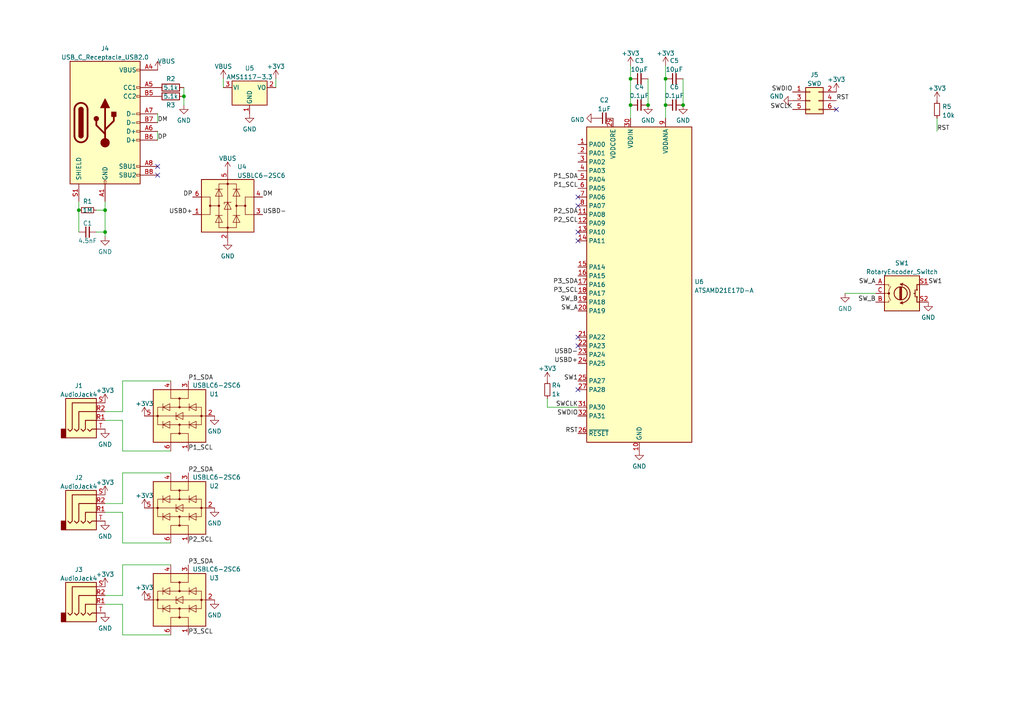
<source format=kicad_sch>
(kicad_sch (version 20211123) (generator eeschema)
  (paper "A4")
  (lib_symbols
    (symbol "Connector:AudioJack4"
      (property "Reference" "J" (at 0 8.89 0))
      (property "Value" "AudioJack4" (at 0 6.35 0))
      (symbol "AudioJack4_0_1"
        (rectangle (start -6.35 -5.08) (end -7.62 -7.62) (stroke (width 0.254)) (fill (type outline)))
        (polyline (pts (xy 0 -5.08) (xy 0.635 -5.715) (xy 1.27 -5.08) (xy 2.54 -5.08)) (stroke (width 0.254)))
        (polyline (pts (xy -5.715 -5.08) (xy -5.08 -5.715) (xy -4.445 -5.08) (xy -4.445 2.54) (xy 2.54 2.54)) (stroke (width 0.254)))
        (polyline (pts (xy -1.905 -5.08) (xy -1.27 -5.715) (xy -0.635 -5.08) (xy -0.635 -2.54) (xy 2.54 -2.54)) (stroke (width 0.254)))
        (polyline (pts (xy 2.54 0) (xy -2.54 0) (xy -2.54 -5.08) (xy -3.175 -5.715) (xy -3.81 -5.08)) (stroke (width 0.254)))
        (rectangle (start 2.54 3.81) (end -6.35 -7.62) (stroke (width 0.254)) (fill (type background)))
      )
      (symbol "AudioJack4_1_1"
        (pin passive line (at 5.08 -2.54 180) (length 2.54) (name "~") (number "R1"))
        (pin passive line (at 5.08 0 180) (length 2.54) (name "~") (number "R2"))
        (pin passive line (at 5.08 2.54 180) (length 2.54) (name "~") (number "S"))
        (pin passive line (at 5.08 -5.08 180) (length 2.54) (name "~") (number "T"))
      )
    )
    (symbol "Connector:USB_C_Receptacle_USB2.0" (pin_names (offset 1.016))
      (property "Reference" "J" (at -10.16 19.05 0))
      (property "Value" "USB_C_Receptacle_USB2.0" (at 19.05 19.05 0))
      (symbol "USB_C_Receptacle_USB2.0_0_0"
        (rectangle (start -0.254 -17.78) (end 0.254 -16.764))
        (rectangle (start 10.16 -14.986) (end 9.144 -15.494))
        (rectangle (start 10.16 -12.446) (end 9.144 -12.954))
        (rectangle (start 10.16 -4.826) (end 9.144 -5.334))
        (rectangle (start 10.16 -2.286) (end 9.144 -2.794))
        (rectangle (start 10.16 0.254) (end 9.144 -0.254))
        (rectangle (start 10.16 2.794) (end 9.144 2.286))
        (rectangle (start 10.16 7.874) (end 9.144 7.366))
        (rectangle (start 10.16 10.414) (end 9.144 9.906))
        (rectangle (start 10.16 15.494) (end 9.144 14.986))
      )
      (symbol "USB_C_Receptacle_USB2.0_0_1"
        (rectangle (start -10.16 17.78) (end 10.16 -17.78) (stroke (width 0.254)) (fill (type background)))
        (arc (start -8.89 -3.81) (mid -6.985 -5.715) (end -5.08 -3.81) (stroke (width 0.508)))
        (arc (start -7.62 -3.81) (mid -6.985 -4.445) (end -6.35 -3.81) (stroke (width 0.254)))
        (arc (start -7.62 -3.81) (mid -6.985 -4.445) (end -6.35 -3.81) (stroke (width 0.254)) (fill (type outline)))
        (rectangle (start -7.62 -3.81) (end -6.35 3.81) (stroke (width 0.254)) (fill (type outline)))
        (arc (start -6.35 3.81) (mid -6.985 4.445) (end -7.62 3.81) (stroke (width 0.254)))
        (arc (start -6.35 3.81) (mid -6.985 4.445) (end -7.62 3.81) (stroke (width 0.254)) (fill (type outline)))
        (arc (start -5.08 3.81) (mid -6.985 5.715) (end -8.89 3.81) (stroke (width 0.508)))
        (circle (center -2.54 1.143) (radius 0.635) (stroke (width 0.254)) (fill (type outline)))
        (circle (center 0 -5.842) (radius 1.27) (fill (type outline)))
        (polyline (pts (xy -8.89 -3.81) (xy -8.89 3.81)) (stroke (width 0.508)))
        (polyline (pts (xy -5.08 3.81) (xy -5.08 -3.81)) (stroke (width 0.508)))
        (polyline (pts (xy 0 -5.842) (xy 0 4.318)) (stroke (width 0.508)))
        (polyline (pts (xy 0 -3.302) (xy -2.54 -0.762) (xy -2.54 0.508)) (stroke (width 0.508)))
        (polyline (pts (xy 0 -2.032) (xy 2.54 0.508) (xy 2.54 1.778)) (stroke (width 0.508)))
        (polyline (pts (xy -1.27 4.318) (xy 0 6.858) (xy 1.27 4.318) (xy -1.27 4.318)) (stroke (width 0.254)) (fill (type outline)))
        (rectangle (start 1.905 1.778) (end 3.175 3.048) (stroke (width 0.254)) (fill (type outline)))
      )
      (symbol "USB_C_Receptacle_USB2.0_1_1"
        (pin passive line (at 0 -22.86 90) (length 5.08) (name "GND") (number "A1"))
        (pin passive line (at 0 -22.86 90) (length 5.08) hide (name "GND") (number "A12"))
        (pin passive line (at 15.24 15.24 180) (length 5.08) (name "VBUS") (number "A4"))
        (pin bidirectional line (at 15.24 10.16 180) (length 5.08) (name "CC1") (number "A5"))
        (pin bidirectional line (at 15.24 -2.54 180) (length 5.08) (name "D+") (number "A6"))
        (pin bidirectional line (at 15.24 2.54 180) (length 5.08) (name "D-") (number "A7"))
        (pin bidirectional line (at 15.24 -12.7 180) (length 5.08) (name "SBU1") (number "A8"))
        (pin passive line (at 15.24 15.24 180) (length 5.08) hide (name "VBUS") (number "A9"))
        (pin passive line (at 0 -22.86 90) (length 5.08) hide (name "GND") (number "B1"))
        (pin passive line (at 0 -22.86 90) (length 5.08) hide (name "GND") (number "B12"))
        (pin passive line (at 15.24 15.24 180) (length 5.08) hide (name "VBUS") (number "B4"))
        (pin bidirectional line (at 15.24 7.62 180) (length 5.08) (name "CC2") (number "B5"))
        (pin bidirectional line (at 15.24 -5.08 180) (length 5.08) (name "D+") (number "B6"))
        (pin bidirectional line (at 15.24 0 180) (length 5.08) (name "D-") (number "B7"))
        (pin bidirectional line (at 15.24 -15.24 180) (length 5.08) (name "SBU2") (number "B8"))
        (pin passive line (at 15.24 15.24 180) (length 5.08) hide (name "VBUS") (number "B9"))
        (pin passive line (at -7.62 -22.86 90) (length 5.08) (name "SHIELD") (number "S1"))
      )
    )
    (symbol "Connector_Generic:Conn_02x03_Odd_Even" (pin_names (offset 1.016) hide)
      (property "Reference" "J" (at 1.27 5.08 0))
      (property "Value" "Conn_02x03_Odd_Even" (at 1.27 -5.08 0))
      (symbol "Conn_02x03_Odd_Even_1_1"
        (rectangle (start -1.27 -2.413) (end 0 -2.667) (stroke (width 0.1524)))
        (rectangle (start -1.27 0.127) (end 0 -0.127) (stroke (width 0.1524)))
        (rectangle (start -1.27 2.667) (end 0 2.413) (stroke (width 0.1524)))
        (rectangle (start -1.27 3.81) (end 3.81 -3.81) (stroke (width 0.254)) (fill (type background)))
        (rectangle (start 3.81 -2.413) (end 2.54 -2.667) (stroke (width 0.1524)))
        (rectangle (start 3.81 0.127) (end 2.54 -0.127) (stroke (width 0.1524)))
        (rectangle (start 3.81 2.667) (end 2.54 2.413) (stroke (width 0.1524)))
        (pin passive line (at -5.08 2.54 0) (length 3.81) (name "Pin_1") (number "1"))
        (pin passive line (at 7.62 2.54 180) (length 3.81) (name "Pin_2") (number "2"))
        (pin passive line (at -5.08 0 0) (length 3.81) (name "Pin_3") (number "3"))
        (pin passive line (at 7.62 0 180) (length 3.81) (name "Pin_4") (number "4"))
        (pin passive line (at -5.08 -2.54 0) (length 3.81) (name "Pin_5") (number "5"))
        (pin passive line (at 7.62 -2.54 180) (length 3.81) (name "Pin_6") (number "6"))
      )
    )
    (symbol "Device:C_Small" (pin_numbers hide) (pin_names (offset 0.254) hide)
      (property "Reference" "C" (at 0.254 1.778 0))
      (property "Value" "C_Small" (at 0.254 -2.032 0))
      (symbol "C_Small_0_1"
        (polyline (pts (xy -1.524 -0.508) (xy 1.524 -0.508)) (stroke (width 0.3302)))
        (polyline (pts (xy -1.524 0.508) (xy 1.524 0.508)) (stroke (width 0.3048)))
      )
      (symbol "C_Small_1_1"
        (pin passive line (at 0 2.54 270) (length 2.032) (name "~") (number "1"))
        (pin passive line (at 0 -2.54 90) (length 2.032) (name "~") (number "2"))
      )
    )
    (symbol "Device:R" (pin_numbers hide) (pin_names (offset 0))
      (property "Reference" "R" (at 2.032 0 90))
      (property "Value" "R" (at 0 0 90))
      (symbol "R_0_1"
        (rectangle (start -1.016 -2.54) (end 1.016 2.54) (stroke (width 0.254)))
      )
      (symbol "R_1_1"
        (pin passive line (at 0 3.81 270) (length 1.27) (name "~") (number "1"))
        (pin passive line (at 0 -3.81 90) (length 1.27) (name "~") (number "2"))
      )
    )
    (symbol "Device:R_Small" (pin_numbers hide) (pin_names (offset 0.254) hide)
      (property "Reference" "R" (at 0.762 0.508 0))
      (property "Value" "R_Small" (at 0.762 -1.016 0))
      (symbol "R_Small_0_1"
        (rectangle (start -0.762 1.778) (end 0.762 -1.778) (stroke (width 0.2032)))
      )
      (symbol "R_Small_1_1"
        (pin passive line (at 0 2.54 270) (length 0.762) (name "~") (number "1"))
        (pin passive line (at 0 -2.54 90) (length 0.762) (name "~") (number "2"))
      )
    )
    (symbol "Device:RotaryEncoder_Switch" (pin_names (offset 0.254) hide)
      (property "Reference" "SW" (at 0 6.604 0))
      (property "Value" "RotaryEncoder_Switch" (at 0 -6.604 0))
      (symbol "RotaryEncoder_Switch_0_1"
        (rectangle (start -5.08 5.08) (end 5.08 -5.08) (stroke (width 0.254)) (fill (type background)))
        (circle (center -3.81 0) (radius 0.254) (fill (type outline)))
        (arc (start -0.381 -2.794) (mid 2.3622 -0.0508) (end -0.381 2.667) (stroke (width 0.254)))
        (circle (center -0.381 0) (radius 1.905) (stroke (width 0.254)))
        (polyline (pts (xy -0.635 -1.778) (xy -0.635 1.778)) (stroke (width 0.254)))
        (polyline (pts (xy -0.381 -1.778) (xy -0.381 1.778)) (stroke (width 0.254)))
        (polyline (pts (xy -0.127 1.778) (xy -0.127 -1.778)) (stroke (width 0.254)))
        (polyline (pts (xy 3.81 0) (xy 3.429 0)) (stroke (width 0.254)))
        (polyline (pts (xy 3.81 1.016) (xy 3.81 -1.016)) (stroke (width 0.254)))
        (polyline (pts (xy -5.08 -2.54) (xy -3.81 -2.54) (xy -3.81 -2.032)))
        (polyline (pts (xy -5.08 2.54) (xy -3.81 2.54) (xy -3.81 2.032)))
        (polyline (pts (xy 0.254 -3.048) (xy -0.508 -2.794) (xy 0.127 -2.413)) (stroke (width 0.254)))
        (polyline (pts (xy 0.254 2.921) (xy -0.508 2.667) (xy 0.127 2.286)) (stroke (width 0.254)))
        (polyline (pts (xy 5.08 -2.54) (xy 4.318 -2.54) (xy 4.318 -1.016)) (stroke (width 0.254)))
        (polyline (pts (xy 5.08 2.54) (xy 4.318 2.54) (xy 4.318 1.016)) (stroke (width 0.254)))
        (polyline (pts (xy -5.08 0) (xy -3.81 0) (xy -3.81 -1.016) (xy -3.302 -2.032)))
        (polyline (pts (xy -4.318 0) (xy -3.81 0) (xy -3.81 1.016) (xy -3.302 2.032)))
        (circle (center 4.318 -1.016) (radius 0.127) (stroke (width 0.254)))
        (circle (center 4.318 1.016) (radius 0.127) (stroke (width 0.254)))
      )
      (symbol "RotaryEncoder_Switch_1_1"
        (pin passive line (at -7.62 2.54 0) (length 2.54) (name "A") (number "A"))
        (pin passive line (at -7.62 -2.54 0) (length 2.54) (name "B") (number "B"))
        (pin passive line (at -7.62 0 0) (length 2.54) (name "C") (number "C"))
        (pin passive line (at 7.62 2.54 180) (length 2.54) (name "S1") (number "S1"))
        (pin passive line (at 7.62 -2.54 180) (length 2.54) (name "S2") (number "S2"))
      )
    )
    (symbol "MCU_Microchip_SAMD:ATSAMD21E17D-A"
      (property "Reference" "U" (at -13.97 46.99 0))
      (property "Value" "ATSAMD21E17D-A" (at 16.51 46.99 0))
      (symbol "ATSAMD21E17D-A_1_1"
        (rectangle (start -15.24 45.72) (end 15.24 -45.72) (stroke (width 0.254)) (fill (type background)))
        (pin bidirectional line (at -17.78 40.64 0) (length 2.54) (name "PA00") (number "1"))
        (pin power_in line (at 0 -48.26 90) (length 2.54) (name "GND") (number "10"))
        (pin bidirectional line (at -17.78 20.32 0) (length 2.54) (name "PA08") (number "11"))
        (pin bidirectional line (at -17.78 17.78 0) (length 2.54) (name "PA09") (number "12"))
        (pin bidirectional line (at -17.78 15.24 0) (length 2.54) (name "PA10") (number "13"))
        (pin bidirectional line (at -17.78 12.7 0) (length 2.54) (name "PA11") (number "14"))
        (pin bidirectional line (at -17.78 5.08 0) (length 2.54) (name "PA14") (number "15"))
        (pin bidirectional line (at -17.78 2.54 0) (length 2.54) (name "PA15") (number "16"))
        (pin bidirectional line (at -17.78 0 0) (length 2.54) (name "PA16") (number "17"))
        (pin bidirectional line (at -17.78 -2.54 0) (length 2.54) (name "PA17") (number "18"))
        (pin bidirectional line (at -17.78 -5.08 0) (length 2.54) (name "PA18") (number "19"))
        (pin bidirectional line (at -17.78 38.1 0) (length 2.54) (name "PA01") (number "2"))
        (pin bidirectional line (at -17.78 -7.62 0) (length 2.54) (name "PA19") (number "20"))
        (pin bidirectional line (at -17.78 -15.24 0) (length 2.54) (name "PA22") (number "21"))
        (pin bidirectional line (at -17.78 -17.78 0) (length 2.54) (name "PA23") (number "22"))
        (pin bidirectional line (at -17.78 -20.32 0) (length 2.54) (name "PA24") (number "23"))
        (pin bidirectional line (at -17.78 -22.86 0) (length 2.54) (name "PA25") (number "24"))
        (pin bidirectional line (at -17.78 -27.94 0) (length 2.54) (name "PA27") (number "25"))
        (pin input line (at -17.78 -43.18 0) (length 2.54) (name "~{RESET}") (number "26"))
        (pin bidirectional line (at -17.78 -30.48 0) (length 2.54) (name "PA28") (number "27"))
        (pin passive line (at 0 -48.26 90) (length 2.54) hide (name "GND") (number "28"))
        (pin power_out line (at -7.62 48.26 270) (length 2.54) (name "VDDCORE") (number "29"))
        (pin bidirectional line (at -17.78 35.56 0) (length 2.54) (name "PA02") (number "3"))
        (pin power_in line (at -2.54 48.26 270) (length 2.54) (name "VDDIN") (number "30"))
        (pin bidirectional line (at -17.78 -35.56 0) (length 2.54) (name "PA30") (number "31"))
        (pin bidirectional line (at -17.78 -38.1 0) (length 2.54) (name "PA31") (number "32"))
        (pin bidirectional line (at -17.78 33.02 0) (length 2.54) (name "PA03") (number "4"))
        (pin bidirectional line (at -17.78 30.48 0) (length 2.54) (name "PA04") (number "5"))
        (pin bidirectional line (at -17.78 27.94 0) (length 2.54) (name "PA05") (number "6"))
        (pin bidirectional line (at -17.78 25.4 0) (length 2.54) (name "PA06") (number "7"))
        (pin bidirectional line (at -17.78 22.86 0) (length 2.54) (name "PA07") (number "8"))
        (pin power_in line (at 7.62 48.26 270) (length 2.54) (name "VDDANA") (number "9"))
      )
    )
    (symbol "Power_Protection:USBLC6-2SC6" (pin_names hide)
      (property "Reference" "U" (at 2.54 8.89 0))
      (property "Value" "USBLC6-2SC6" (at 2.54 -8.89 0))
      (symbol "USBLC6-2SC6_0_1"
        (rectangle (start -7.62 -7.62) (end 7.62 7.62) (stroke (width 0.254)) (fill (type background)))
        (circle (center -5.08 0) (radius 0.254) (fill (type outline)))
        (circle (center -2.54 0) (radius 0.254) (fill (type outline)))
        (rectangle (start -2.54 6.35) (end 2.54 -6.35))
        (circle (center 0 -6.35) (radius 0.254) (fill (type outline)))
        (polyline (pts (xy -5.08 -2.54) (xy -7.62 -2.54)))
        (polyline (pts (xy -5.08 0) (xy -5.08 -2.54)))
        (polyline (pts (xy -5.08 2.54) (xy -7.62 2.54)))
        (polyline (pts (xy -1.524 -2.794) (xy -3.556 -2.794)))
        (polyline (pts (xy -1.524 4.826) (xy -3.556 4.826)))
        (polyline (pts (xy 0 -7.62) (xy 0 -6.35)))
        (polyline (pts (xy 0 -6.35) (xy 0 1.27)))
        (polyline (pts (xy 0 1.27) (xy 0 6.35)))
        (polyline (pts (xy 0 6.35) (xy 0 7.62)))
        (polyline (pts (xy 1.524 -2.794) (xy 3.556 -2.794)))
        (polyline (pts (xy 1.524 4.826) (xy 3.556 4.826)))
        (polyline (pts (xy 5.08 -2.54) (xy 7.62 -2.54)))
        (polyline (pts (xy 5.08 0) (xy 5.08 -2.54)))
        (polyline (pts (xy 5.08 2.54) (xy 7.62 2.54)))
        (polyline (pts (xy -2.54 0) (xy -5.08 0) (xy -5.08 2.54)))
        (polyline (pts (xy 2.54 0) (xy 5.08 0) (xy 5.08 2.54)))
        (polyline (pts (xy -3.556 -4.826) (xy -1.524 -4.826) (xy -2.54 -2.794) (xy -3.556 -4.826)))
        (polyline (pts (xy -3.556 2.794) (xy -1.524 2.794) (xy -2.54 4.826) (xy -3.556 2.794)))
        (polyline (pts (xy -1.016 -1.016) (xy 1.016 -1.016) (xy 0 1.016) (xy -1.016 -1.016)))
        (polyline (pts (xy 1.016 1.016) (xy 0.762 1.016) (xy -1.016 1.016) (xy -1.016 0.508)))
        (polyline (pts (xy 3.556 -4.826) (xy 1.524 -4.826) (xy 2.54 -2.794) (xy 3.556 -4.826)))
        (polyline (pts (xy 3.556 2.794) (xy 1.524 2.794) (xy 2.54 4.826) (xy 3.556 2.794)))
        (circle (center 0 6.35) (radius 0.254) (fill (type outline)))
        (circle (center 2.54 0) (radius 0.254) (fill (type outline)))
        (circle (center 5.08 0) (radius 0.254) (fill (type outline)))
      )
      (symbol "USBLC6-2SC6_1_1"
        (pin passive line (at -10.16 -2.54 0) (length 2.54) (name "I/O1") (number "1"))
        (pin passive line (at 0 -10.16 90) (length 2.54) (name "GND") (number "2"))
        (pin passive line (at 10.16 -2.54 180) (length 2.54) (name "I/O2") (number "3"))
        (pin passive line (at 10.16 2.54 180) (length 2.54) (name "I/O2") (number "4"))
        (pin passive line (at 0 10.16 270) (length 2.54) (name "VBUS") (number "5"))
        (pin passive line (at -10.16 2.54 0) (length 2.54) (name "I/O1") (number "6"))
      )
    )
    (symbol "Regulator_Linear:AMS1117-3.3" (pin_names (offset 0.254))
      (property "Reference" "U" (at -3.81 3.175 0))
      (property "Value" "AMS1117-3.3" (at 0 3.175 0))
      (symbol "AMS1117-3.3_0_1"
        (rectangle (start -5.08 -5.08) (end 5.08 1.905) (stroke (width 0.254)) (fill (type background)))
      )
      (symbol "AMS1117-3.3_1_1"
        (pin power_in line (at 0 -7.62 90) (length 2.54) (name "GND") (number "1"))
        (pin power_out line (at 7.62 0 180) (length 2.54) (name "VO") (number "2"))
        (pin power_in line (at -7.62 0 0) (length 2.54) (name "VI") (number "3"))
      )
    )
    (symbol "power:+3V3" (power) (pin_names (offset 0))
      (property "Value" "+3V3" (at 0 3.556 0))
      (symbol "+3V3_0_1"
        (polyline (pts (xy -0.762 1.27) (xy 0 2.54)))
        (polyline (pts (xy 0 0) (xy 0 2.54)))
        (polyline (pts (xy 0 2.54) (xy 0.762 1.27)))
      )
      (symbol "+3V3_1_1"
        (pin power_in line (at 0 0 90) (length 0) hide (name "+3V3") (number "1"))
      )
    )
    (symbol "power:GND" (power) (pin_names (offset 0))
      (property "Value" "GND" (at 0 -3.81 0))
      (symbol "GND_0_1"
        (polyline (pts (xy 0 0) (xy 0 -1.27) (xy 1.27 -1.27) (xy 0 -2.54) (xy -1.27 -1.27) (xy 0 -1.27)))
      )
      (symbol "GND_1_1"
        (pin power_in line (at 0 0 270) (length 0) hide (name "GND") (number "1"))
      )
    )
    (symbol "power:VBUS" (power) (pin_names (offset 0))
      (property "Value" "VBUS" (at 0 3.81 0))
      (symbol "VBUS_0_1"
        (polyline (pts (xy -0.762 1.27) (xy 0 2.54)))
        (polyline (pts (xy 0 0) (xy 0 2.54)))
        (polyline (pts (xy 0 2.54) (xy 0.762 1.27)))
      )
      (symbol "VBUS_1_1"
        (pin power_in line (at 0 0 90) (length 0) hide (name "VBUS") (number "1"))
      )
    )
  )
  (junction (at 182.88 22.86))
  (junction (at 30.48 60.96))
  (junction (at 198.12 30.48))
  (junction (at 22.86 60.96))
  (junction (at 187.96 30.48))
  (junction (at 193.04 22.86))
  (junction (at 30.48 67.31))
  (junction (at 53.34 27.94))
  (junction (at 182.88 30.48))
  (junction (at 193.04 30.48))
  (no_connect (at 167.64 100.33))
  (no_connect (at 167.64 113.03))
  (no_connect (at 167.64 57.15))
  (no_connect (at 167.64 59.69))
  (no_connect (at 167.64 67.31))
  (no_connect (at 167.64 69.85))
  (no_connect (at 242.57 31.75))
  (no_connect (at 167.64 97.79))
  (no_connect (at 45.72 48.26))
  (no_connect (at 45.72 50.8))
  (wire (pts (xy 35.56 172.72) (xy 30.48 172.72)))
  (wire (pts (xy 35.56 119.38) (xy 30.48 119.38)))
  (wire (pts (xy 45.72 33.02) (xy 45.72 35.56)))
  (wire (pts (xy 158.75 115.57) (xy 158.75 118.11)))
  (wire (pts (xy 22.86 58.42) (xy 22.86 60.96)))
  (wire (pts (xy 35.56 110.49) (xy 35.56 119.38)))
  (wire (pts (xy 187.96 22.86) (xy 187.96 30.48)))
  (wire (pts (xy 182.88 30.48) (xy 182.88 34.29)))
  (wire (pts (xy 158.75 118.11) (xy 167.64 118.11)))
  (wire (pts (xy 182.88 22.86) (xy 182.88 30.48)))
  (wire (pts (xy 198.12 22.86) (xy 198.12 30.48)))
  (wire (pts (xy 35.56 184.15) (xy 49.53 184.15)))
  (wire (pts (xy 35.56 146.05) (xy 30.48 146.05)))
  (wire (pts (xy 27.94 67.31) (xy 30.48 67.31)))
  (wire (pts (xy 35.56 157.48) (xy 49.53 157.48)))
  (wire (pts (xy 182.88 19.05) (xy 182.88 22.86)))
  (wire (pts (xy 30.48 121.92) (xy 35.56 121.92)))
  (wire (pts (xy 45.72 38.1) (xy 45.72 40.64)))
  (wire (pts (xy 30.48 175.26) (xy 35.56 175.26)))
  (wire (pts (xy 35.56 175.26) (xy 35.56 184.15)))
  (wire (pts (xy 245.11 85.09) (xy 254 85.09)))
  (wire (pts (xy 30.48 58.42) (xy 30.48 60.96)))
  (wire (pts (xy 27.94 60.96) (xy 30.48 60.96)))
  (wire (pts (xy 30.48 60.96) (xy 30.48 67.31)))
  (wire (pts (xy 53.34 25.4) (xy 53.34 27.94)))
  (wire (pts (xy 193.04 19.05) (xy 193.04 22.86)))
  (wire (pts (xy 30.48 148.59) (xy 35.56 148.59)))
  (wire (pts (xy 64.77 22.86) (xy 64.77 25.4)))
  (wire (pts (xy 49.53 137.16) (xy 35.56 137.16)))
  (wire (pts (xy 53.34 27.94) (xy 53.34 30.48)))
  (wire (pts (xy 35.56 121.92) (xy 35.56 130.81)))
  (wire (pts (xy 271.78 34.29) (xy 271.78 38.1)))
  (wire (pts (xy 35.56 148.59) (xy 35.56 157.48)))
  (wire (pts (xy 193.04 22.86) (xy 193.04 30.48)))
  (wire (pts (xy 193.04 30.48) (xy 193.04 34.29)))
  (wire (pts (xy 49.53 110.49) (xy 35.56 110.49)))
  (wire (pts (xy 35.56 130.81) (xy 49.53 130.81)))
  (wire (pts (xy 30.48 67.31) (xy 30.48 68.58)))
  (wire (pts (xy 80.01 22.86) (xy 80.01 25.4)))
  (wire (pts (xy 22.86 60.96) (xy 22.86 67.31)))
  (wire (pts (xy 49.53 163.83) (xy 35.56 163.83)))
  (wire (pts (xy 35.56 137.16) (xy 35.56 146.05)))
  (wire (pts (xy 35.56 163.83) (xy 35.56 172.72)))
  (label "SW1" (at 167.64 110.49 180))
  (label "SWDIO" (at 167.64 120.65 180))
  (label "SWCLK" (at 167.64 118.11 180))
  (label "P2_SCL" (at 167.64 64.77 180))
  (label "DP" (at 45.72 40.64 0))
  (label "P1_SCL" (at 167.64 54.61 180))
  (label "DP" (at 55.88 57.15 180))
  (label "P3_SDA" (at 167.64 82.55 180))
  (label "USBD-" (at 167.64 102.87 180))
  (label "RST" (at 271.78 38.1 0))
  (label "RST" (at 242.57 29.21 0))
  (label "P2_SCL" (at 54.61 157.48 0))
  (label "USBD+" (at 55.88 62.23 180))
  (label "SWDIO" (at 229.87 26.67 180))
  (label "SW_A" (at 167.64 90.17 180))
  (label "P3_SCL" (at 54.61 184.15 0))
  (label "USBD+" (at 167.64 105.41 180))
  (label "RST" (at 167.64 125.73 180))
  (label "P2_SDA" (at 167.64 62.23 180))
  (label "P3_SCL" (at 167.64 85.09 180))
  (label "P2_SDA" (at 54.61 137.16 0))
  (label "SW_B" (at 254 87.63 180))
  (label "P1_SCL" (at 54.61 130.81 0))
  (label "USBD-" (at 76.2 62.23 0))
  (label "SW_B" (at 167.64 87.63 180))
  (label "P1_SDA" (at 167.64 52.07 180))
  (label "DM" (at 45.72 35.56 0))
  (label "SWCLK" (at 229.87 31.75 180))
  (label "SW_A" (at 254 82.55 180))
  (label "DM" (at 76.2 57.15 0))
  (label "P1_SDA" (at 54.61 110.49 0))
  (label "P3_SDA" (at 54.61 163.83 0))
  (label "SW1" (at 269.24 82.55 0))
  (symbol (lib_id "power:+3V3") (at 30.48 143.51 0) (unit 1)
    (property "Reference" "#PWR0126" (effects hide))
    (property "Value" "+3V3" (at 30.48 139.9342 0))
  )
  (symbol (lib_id "Connector:AudioJack4") (at 25.4 119.38 0) (unit 1)
    (property "Reference" "J1" (at 22.86 111.8702 0))
    (property "Value" "AudioJack4" (at 22.86 114.4071 0))
    (property "Footprint" "pj320a:Jack_3.5mm_PJ320A_Horizontal" (effects hide))
  )
  (symbol (lib_id "Connector_Generic:Conn_02x03_Odd_Even") (at 234.95 29.21 0) (unit 1)
    (property "Reference" "J5" (at 236.22 21.7002 0))
    (property "Value" "SWD" (at 236.22 24.2371 0))
    (property "Footprint" "Connector_PinHeader_1.27mm:PinHeader_2x03_P1.27mm_Vertical" (effects hide))
  )
  (symbol (lib_id "Power_Protection:USBLC6-2SC6") (at 52.07 147.32 90) (unit 1)
    (property "Reference" "U2" (at 63.5 140.97 90) (effects (justify left)))
    (property "Value" "USBLC6-2SC6" (at 69.85 138.43 90) (effects (justify left)))
    (property "Footprint" "Package_TO_SOT_SMD:SOT-23-6" (effects hide))
    (property "Datasheet" "https://www.st.com/resource/en/datasheet/usblc6-2.pdf" (effects hide))
  )
  (symbol (lib_id "power:GND") (at 172.72 34.29 270) (unit 1)
    (property "Reference" "#PWR0112" (effects hide))
    (property "Value" "GND" (at 169.5451 34.7238 90) (effects (justify right)))
  )
  (symbol (lib_id "power:VBUS") (at 66.04 49.53 0) (unit 1)
    (property "Reference" "#PWR0106" (effects hide))
    (property "Value" "VBUS" (at 66.04 45.9542 0))
  )
  (symbol (lib_id "power:GND") (at 66.04 69.85 0) (unit 1)
    (property "Reference" "#PWR0120" (effects hide))
    (property "Value" "GND" (at 66.04 74.2934 0))
  )
  (symbol (lib_id "Device:R_Small") (at 25.4 60.96 90) (unit 1)
    (property "Reference" "R1" (at 25.4 58.42 90))
    (property "Value" "1M" (at 25.4 60.96 90))
    (property "Footprint" "Resistor_SMD:R_0402_1005Metric_Pad0.72x0.64mm_HandSolder" (effects hide))
  )
  (symbol (lib_id "power:GND") (at 269.24 87.63 0) (unit 1)
    (property "Reference" "#PWR0114" (effects hide))
    (property "Value" "GND" (at 269.24 92.0734 0))
  )
  (symbol (lib_id "power:+3V3") (at 30.48 170.18 0) (unit 1)
    (property "Reference" "#PWR0127" (effects hide))
    (property "Value" "+3V3" (at 30.48 166.6042 0))
  )
  (symbol (lib_id "power:GND") (at 62.23 147.32 0) (unit 1)
    (property "Reference" "#PWR0131" (effects hide))
    (property "Value" "GND" (at 62.23 151.7634 0))
  )
  (symbol (lib_id "MCU_Microchip_SAMD:ATSAMD21E17D-A") (at 185.42 82.55 0) (unit 1)
    (property "Reference" "U6" (at 201.422 81.7153 0) (effects (justify left)))
    (property "Value" "ATSAMD21E17D-A" (at 201.422 84.2522 0) (effects (justify left)))
    (property "Footprint" "Package_QFP:TQFP-32_7x7mm_P0.8mm" (effects hide))
    (property "Datasheet" "http://ww1.microchip.com/downloads/en/DeviceDoc/SAM_D21_DA1_Family_Data%20Sheet_DS40001882E.pdf" (effects hide))
  )
  (symbol (lib_id "Device:R_Small") (at 271.78 31.75 180) (unit 1)
    (property "Reference" "R5" (at 273.2786 30.9153 0) (effects (justify right)))
    (property "Value" "10k" (at 273.2786 33.4522 0) (effects (justify right)))
    (property "Footprint" "Resistor_SMD:R_0402_1005Metric_Pad0.72x0.64mm_HandSolder" (effects hide))
  )
  (symbol (lib_id "Device:C_Small") (at 195.58 30.48 90) (unit 1)
    (property "Reference" "C6" (at 195.5863 25.2181 90))
    (property "Value" "0.1µF" (at 195.5863 27.755 90))
    (property "Footprint" "Capacitor_SMD:C_0603_1608Metric_Pad1.08x0.95mm_HandSolder" (effects hide))
  )
  (symbol (lib_id "Device:R_Small") (at 158.75 113.03 0) (unit 1)
    (property "Reference" "R4" (at 160.02 111.76 0) (effects (justify left)))
    (property "Value" "1k" (at 160.02 114.3 0) (effects (justify left)))
    (property "Footprint" "Resistor_SMD:R_0402_1005Metric_Pad0.72x0.64mm_HandSolder" (effects hide))
  )
  (symbol (lib_id "Power_Protection:USBLC6-2SC6") (at 52.07 173.99 90) (unit 1)
    (property "Reference" "U3" (at 63.5 167.64 90) (effects (justify left)))
    (property "Value" "USBLC6-2SC6" (at 69.85 165.1 90) (effects (justify left)))
    (property "Footprint" "Package_TO_SOT_SMD:SOT-23-6" (effects hide))
    (property "Datasheet" "https://www.st.com/resource/en/datasheet/usblc6-2.pdf" (effects hide))
  )
  (symbol (lib_id "power:+3V3") (at 242.57 26.67 0) (unit 1)
    (property "Reference" "#PWR0110" (effects hide))
    (property "Value" "+3V3" (at 242.57 23.0655 0))
  )
  (symbol (lib_id "power:+3V3") (at 80.01 22.86 0) (unit 1)
    (property "Reference" "#PWR0104" (effects hide))
    (property "Value" "+3V3" (at 80.01 19.2842 0))
  )
  (symbol (lib_id "Power_Protection:USBLC6-2SC6") (at 66.04 59.69 0) (unit 1)
    (property "Reference" "U4" (at 68.8087 48.3702 0) (effects (justify left)))
    (property "Value" "USBLC6-2SC6" (at 68.8087 50.9071 0) (effects (justify left)))
    (property "Footprint" "Package_TO_SOT_SMD:SOT-23-6" (effects hide))
    (property "Datasheet" "https://www.st.com/resource/en/datasheet/usblc6-2.pdf" (effects hide))
  )
  (symbol (lib_id "power:GND") (at 30.48 151.13 0) (unit 1)
    (property "Reference" "#PWR0125" (effects hide))
    (property "Value" "GND" (at 30.48 155.5734 0))
  )
  (symbol (lib_id "Device:R") (at 49.53 25.4 90) (unit 1)
    (property "Reference" "R2" (at 49.53 22.86 90))
    (property "Value" "5.1k" (at 49.53 25.4 90))
    (property "Footprint" "Resistor_SMD:R_0402_1005Metric_Pad0.72x0.64mm_HandSolder" (effects hide))
  )
  (symbol (lib_id "power:+3V3") (at 41.91 120.65 0) (unit 1)
    (property "Reference" "#PWR0123" (effects hide))
    (property "Value" "+3V3" (at 41.91 117.0742 0))
  )
  (symbol (lib_id "power:GND") (at 30.48 68.58 0) (unit 1)
    (property "Reference" "#PWR0119" (effects hide))
    (property "Value" "GND" (at 30.48 73.0234 0))
  )
  (symbol (lib_id "Device:RotaryEncoder_Switch") (at 261.62 85.09 0) (unit 1)
    (property "Reference" "SW1" (at 261.62 76.3102 0))
    (property "Value" "RotaryEncoder_Switch" (at 261.62 78.8471 0))
    (property "Footprint" "xenua:EVQWGD001" (effects hide))
  )
  (symbol (lib_id "power:+3V3") (at 182.88 19.05 0) (unit 1)
    (property "Reference" "#PWR0111" (effects hide))
    (property "Value" "+3V3" (at 182.88 15.4742 0))
  )
  (symbol (lib_id "Connector:AudioJack4") (at 25.4 146.05 0) (unit 1)
    (property "Reference" "J2" (at 22.86 138.5402 0))
    (property "Value" "AudioJack4" (at 22.86 141.0771 0))
    (property "Footprint" "pj320a:Jack_3.5mm_PJ320A_Horizontal" (effects hide))
  )
  (symbol (lib_id "power:+3V3") (at 271.78 29.21 0) (unit 1)
    (property "Reference" "#PWR0109" (effects hide))
    (property "Value" "+3V3" (at 271.78 25.6342 0))
  )
  (symbol (lib_id "Device:R") (at 49.53 27.94 270) (unit 1)
    (property "Reference" "R3" (at 49.53 30.48 90))
    (property "Value" "5.1k" (at 49.53 27.94 90))
    (property "Footprint" "Resistor_SMD:R_0402_1005Metric_Pad0.72x0.64mm_HandSolder" (effects hide))
  )
  (symbol (lib_id "power:GND") (at 62.23 120.65 0) (unit 1)
    (property "Reference" "#PWR0124" (effects hide))
    (property "Value" "GND" (at 62.23 125.0934 0))
  )
  (symbol (lib_id "power:VBUS") (at 45.72 20.32 0) (unit 1)
    (property "Reference" "#PWR0102" (effects hide))
    (property "Value" "VBUS" (at 48.26 17.78 0))
  )
  (symbol (lib_id "power:+3V3") (at 193.04 19.05 0) (unit 1)
    (property "Reference" "#PWR0107" (effects hide))
    (property "Value" "+3V3" (at 193.04 15.4742 0))
  )
  (symbol (lib_id "power:GND") (at 185.42 130.81 0) (unit 1)
    (property "Reference" "#PWR0117" (effects hide))
    (property "Value" "GND" (at 185.42 135.2534 0))
  )
  (symbol (lib_id "Device:C_Small") (at 175.26 34.29 90) (unit 1)
    (property "Reference" "C2" (at 175.2663 29.0281 90))
    (property "Value" "1µF" (at 175.2663 31.565 90))
    (property "Footprint" "Capacitor_SMD:C_0603_1608Metric_Pad1.08x0.95mm_HandSolder" (effects hide))
  )
  (symbol (lib_id "power:GND") (at 187.96 30.48 0) (unit 1)
    (property "Reference" "#PWR0116" (effects hide))
    (property "Value" "GND" (at 187.96 34.9234 0))
  )
  (symbol (lib_id "Device:C_Small") (at 185.42 30.48 90) (unit 1)
    (property "Reference" "C4" (at 185.4263 25.2181 90))
    (property "Value" "0.1µF" (at 185.4263 27.755 90))
    (property "Footprint" "Capacitor_SMD:C_0603_1608Metric_Pad1.08x0.95mm_HandSolder" (effects hide))
  )
  (symbol (lib_id "Regulator_Linear:AMS1117-3.3") (at 72.39 25.4 0) (unit 1)
    (property "Reference" "U5" (at 72.39 19.7952 0))
    (property "Value" "AMS1117-3.3" (at 72.39 22.3321 0))
    (property "Footprint" "Package_TO_SOT_SMD:SOT-223-3_TabPin2" (effects hide))
    (property "Datasheet" "http://www.advanced-monolithic.com/pdf/ds1117.pdf" (effects hide))
  )
  (symbol (lib_id "Device:C_Small") (at 25.4 67.31 90) (unit 1)
    (property "Reference" "C1" (at 25.4 64.77 90))
    (property "Value" "4.5nF" (at 25.4 69.85 90))
    (property "Footprint" "Capacitor_SMD:C_0603_1608Metric_Pad1.08x0.95mm_HandSolder" (effects hide))
  )
  (symbol (lib_id "power:+3V3") (at 41.91 147.32 0) (unit 1)
    (property "Reference" "#PWR0130" (effects hide))
    (property "Value" "+3V3" (at 41.91 143.7442 0))
  )
  (symbol (lib_id "Connector:USB_C_Receptacle_USB2.0") (at 30.48 35.56 0) (unit 1)
    (property "Reference" "J4" (at 30.48 14.0802 0))
    (property "Value" "USB_C_Receptacle_USB2.0" (at 30.48 16.6171 0))
    (property "Footprint" "xenua:USB_C_Receptacle_GCT_USB4510" (effects hide))
    (property "Datasheet" "https://www.usb.org/sites/default/files/documents/usb_type-c.zip" (effects hide))
  )
  (symbol (lib_id "power:GND") (at 229.87 29.21 270) (unit 1)
    (property "Reference" "#PWR0108" (effects hide))
    (property "Value" "GND" (at 227.33 27.94 90) (effects (justify right)))
  )
  (symbol (lib_id "power:GND") (at 30.48 177.8 0) (unit 1)
    (property "Reference" "#PWR0132" (effects hide))
    (property "Value" "GND" (at 30.48 182.2434 0))
  )
  (symbol (lib_id "power:GND") (at 30.48 124.46 0) (unit 1)
    (property "Reference" "#PWR0122" (effects hide))
    (property "Value" "GND" (at 30.48 128.9034 0))
  )
  (symbol (lib_id "power:+3V3") (at 30.48 116.84 0) (unit 1)
    (property "Reference" "#PWR0121" (effects hide))
    (property "Value" "+3V3" (at 30.48 113.2642 0))
  )
  (symbol (lib_id "power:GND") (at 245.11 85.09 0) (unit 1)
    (property "Reference" "#PWR0113" (effects hide))
    (property "Value" "GND" (at 245.11 89.5334 0))
  )
  (symbol (lib_id "power:GND") (at 53.34 30.48 0) (unit 1)
    (property "Reference" "#PWR0101" (effects hide))
    (property "Value" "GND" (at 53.34 34.9234 0))
  )
  (symbol (lib_id "Device:C_Small") (at 185.42 22.86 90) (unit 1)
    (property "Reference" "C3" (at 185.4263 17.5981 90))
    (property "Value" "10µF" (at 185.4263 20.135 90))
    (property "Footprint" "Capacitor_SMD:C_0603_1608Metric_Pad1.08x0.95mm_HandSolder" (effects hide))
  )
  (symbol (lib_id "power:+3V3") (at 158.75 110.49 0) (unit 1)
    (property "Reference" "#PWR0118" (effects hide))
    (property "Value" "+3V3" (at 158.75 106.8855 0))
  )
  (symbol (lib_id "Device:C_Small") (at 195.58 22.86 90) (unit 1)
    (property "Reference" "C5" (at 195.5863 17.5981 90))
    (property "Value" "10µF" (at 195.5863 20.135 90))
    (property "Footprint" "Capacitor_SMD:C_0603_1608Metric_Pad1.08x0.95mm_HandSolder" (effects hide))
  )
  (symbol (lib_id "power:GND") (at 72.39 33.02 0) (unit 1)
    (property "Reference" "#PWR0105" (effects hide))
    (property "Value" "GND" (at 72.39 37.4634 0))
  )
  (symbol (lib_id "Connector:AudioJack4") (at 25.4 172.72 0) (unit 1)
    (property "Reference" "J3" (at 22.86 165.2102 0))
    (property "Value" "AudioJack4" (at 22.86 167.7471 0))
    (property "Footprint" "pj320a:Jack_3.5mm_PJ320A_Horizontal" (effects hide))
  )
  (symbol (lib_id "power:+3V3") (at 41.91 173.99 0) (unit 1)
    (property "Reference" "#PWR0128" (effects hide))
    (property "Value" "+3V3" (at 41.91 170.4142 0))
  )
  (symbol (lib_id "power:GND") (at 198.12 30.48 0) (unit 1)
    (property "Reference" "#PWR0115" (effects hide))
    (property "Value" "GND" (at 198.12 34.9234 0))
  )
  (symbol (lib_id "power:GND") (at 62.23 173.99 0) (unit 1)
    (property "Reference" "#PWR0129" (effects hide))
    (property "Value" "GND" (at 62.23 178.4334 0))
  )
  (symbol (lib_id "Power_Protection:USBLC6-2SC6") (at 52.07 120.65 90) (unit 1)
    (property "Reference" "U1" (at 63.5 114.3 90) (effects (justify left)))
    (property "Value" "USBLC6-2SC6" (at 69.85 111.76 90) (effects (justify left)))
    (property "Footprint" "Package_TO_SOT_SMD:SOT-23-6" (effects hide))
    (property "Datasheet" "https://www.st.com/resource/en/datasheet/usblc6-2.pdf" (effects hide))
  )
  (symbol (lib_id "power:VBUS") (at 64.77 22.86 0) (unit 1)
    (property "Reference" "#PWR0103" (effects hide))
    (property "Value" "VBUS" (at 64.77 19.2842 0))
  )
)
</source>
